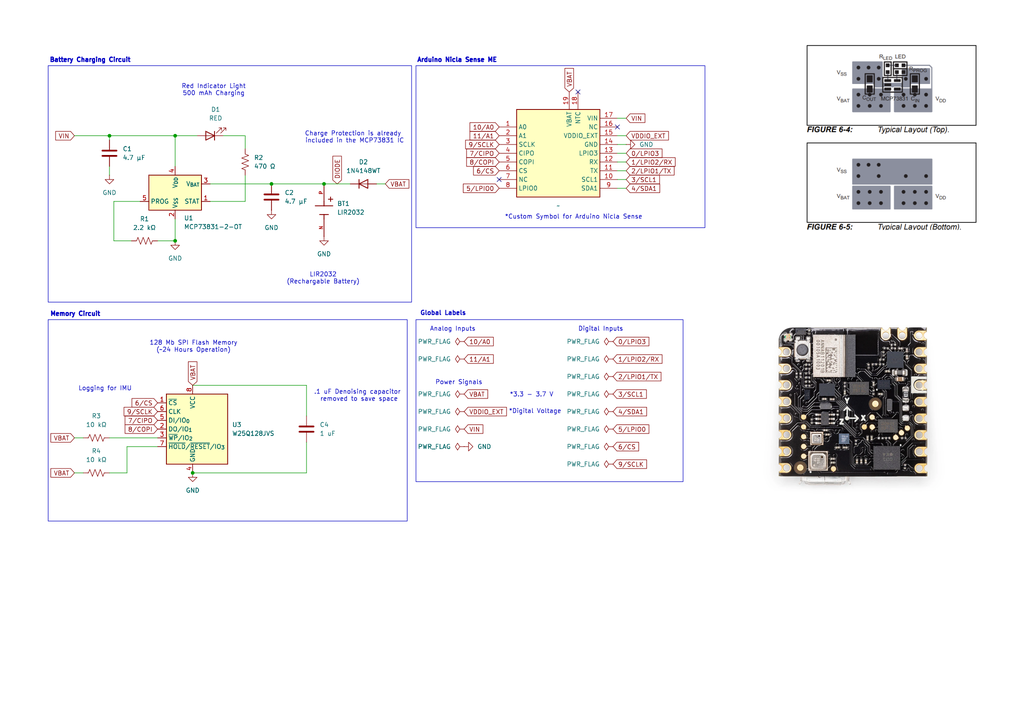
<source format=kicad_sch>
(kicad_sch (version 20250114) (generator "eeschema") (generator_version "9.0")
  (paper "A4")
  (title_block (title "Keel Bone PCB (Data Storage and Battery Only)") (date "2025-11-17") (rev "3"))
  (lib_symbols
    (symbol "Battery_Management:MCP73831-2-OT"
      (property "Reference" "U" (at -7.62 6.35 0))
      (property "Value" "MCP73831-2-OT" (at 1.27 6.35 0))
      (symbol "MCP73831-2-OT_0_1"
        (rectangle (start -7.62 5.08) (end 7.62 -5.08) (stroke (width 0.254)) (fill (type background)))
      )
      (symbol "MCP73831-2-OT_1_1"
        (pin input line (at -10.16 -2.54 0) (length 2.54) (name "PROG") (number "5"))
        (pin power_in line (at 0 7.62 270) (length 2.54) (name "V_{DD}") (number "4"))
        (pin power_in line (at 0 -7.62 90) (length 2.54) (name "V_{SS}") (number "2"))
        (pin power_out line (at 10.16 2.54 180) (length 2.54) (name "V_{BAT}") (number "3"))
        (pin tri_state line (at 10.16 -2.54 180) (length 2.54) (name "STAT") (number "1"))
      )
    )
    (symbol "Device:C" (pin_numbers (hide yes)) (pin_names (offset 0.254))
      (property "Reference" "C" (at 0.635 2.54 0))
      (property "Value" "C" (at 0.635 -2.54 0))
      (symbol "C_0_1"
        (polyline (pts (xy -2.032 0.762) (xy 2.032 0.762)) (stroke (width 0.508)))
        (polyline (pts (xy -2.032 -0.762) (xy 2.032 -0.762)) (stroke (width 0.508)))
      )
      (symbol "C_1_1"
        (pin passive line (at 0 3.81 270) (length 2.794) (name "~") (number "1"))
        (pin passive line (at 0 -3.81 90) (length 2.794) (name "~") (number "2"))
      )
    )
    (symbol "Device:LED" (pin_numbers (hide yes)) (pin_names (offset 1.016) (hide yes))
      (property "Reference" "D" (at 0 2.54 0))
      (property "Value" "LED" (at 0 -2.54 0))
      (symbol "LED_0_1"
        (polyline (pts (xy -3.048 -0.762) (xy -4.572 -2.286) (xy -3.81 -2.286) (xy -4.572 -2.286) (xy -4.572 -1.524)))
        (polyline (pts (xy -1.778 -0.762) (xy -3.302 -2.286) (xy -2.54 -2.286) (xy -3.302 -2.286) (xy -3.302 -1.524)))
        (polyline (pts (xy -1.27 0) (xy 1.27 0)))
        (polyline (pts (xy -1.27 -1.27) (xy -1.27 1.27)) (stroke (width 0.254)))
        (polyline (pts (xy 1.27 -1.27) (xy 1.27 1.27) (xy -1.27 0) (xy 1.27 -1.27)) (stroke (width 0.254)))
      )
      (symbol "LED_1_1"
        (pin passive line (at -3.81 0 0) (length 2.54) (name "K") (number "1"))
        (pin passive line (at 3.81 0 180) (length 2.54) (name "A") (number "2"))
      )
    )
    (symbol "Device:R_US" (pin_numbers (hide yes)) (pin_names (offset 0))
      (property "Reference" "R" (at 2.54 0 90))
      (property "Value" "R_US" (at -2.54 0 90))
      (symbol "R_US_0_1"
        (polyline (pts (xy 0 2.286) (xy 0 2.54)))
        (polyline (pts (xy 0 2.286) (xy 1.016 1.905) (xy 0 1.524) (xy -1.016 1.143) (xy 0 0.762)))
        (polyline (pts (xy 0 0.762) (xy 1.016 0.381) (xy 0 0) (xy -1.016 -0.381) (xy 0 -0.762)))
        (polyline (pts (xy 0 -0.762) (xy 1.016 -1.143) (xy 0 -1.524) (xy -1.016 -1.905) (xy 0 -2.286)))
        (polyline (pts (xy 0 -2.286) (xy 0 -2.54)))
      )
      (symbol "R_US_1_1"
        (pin passive line (at 0 3.81 270) (length 1.27) (name "~") (number "1"))
        (pin passive line (at 0 -3.81 90) (length 1.27) (name "~") (number "2"))
      )
    )
    (symbol "Diode:1N4148WT" (pin_numbers (hide yes)) (pin_names (hide yes))
      (property "Reference" "D" (at 0 2.54 0))
      (property "Value" "1N4148WT" (at 0 -2.54 0))
      (symbol "1N4148WT_0_1"
        (polyline (pts (xy -1.27 1.27) (xy -1.27 -1.27)) (stroke (width 0.254)))
        (polyline (pts (xy 1.27 1.27) (xy 1.27 -1.27) (xy -1.27 0) (xy 1.27 1.27)) (stroke (width 0.254)))
        (polyline (pts (xy 1.27 0) (xy -1.27 0)))
      )
      (symbol "1N4148WT_1_1"
        (pin passive line (at -3.81 0 0) (length 2.54) (name "K") (number "1"))
        (pin passive line (at 3.81 0 180) (length 2.54) (name "A") (number "2"))
      )
    )
    (symbol "Memory_Flash:W25Q128JVS"
      (property "Reference" "U" (at -6.35 11.43 0))
      (property "Value" "W25Q128JVS" (at 7.62 11.43 0))
      (symbol "W25Q128JVS_0_1"
        (rectangle (start -7.62 10.16) (end 10.16 -10.16) (stroke (width 0.254)) (fill (type background)))
      )
      (symbol "W25Q128JVS_1_1"
        (pin input line (at -10.16 7.62 0) (length 2.54) (name "~{CS}") (number "1"))
        (pin input line (at -10.16 5.08 0) (length 2.54) (name "CLK") (number "6"))
        (pin bidirectional line (at -10.16 2.54 0) (length 2.54) (name "DI/IO_{0}") (number "5"))
        (pin bidirectional line (at -10.16 0 0) (length 2.54) (name "DO/IO_{1}") (number "2"))
        (pin bidirectional line (at -10.16 -2.54 0) (length 2.54) (name "~{WP}/IO_{2}") (number "3"))
        (pin bidirectional line (at -10.16 -5.08 0) (length 2.54) (name "~{HOLD}/~{RESET}/IO_{3}") (number "7"))
        (pin power_in line (at 0 12.7 270) (length 2.54) (name "VCC") (number "8"))
        (pin power_in line (at 0 -12.7 90) (length 2.54) (name "GND") (number "4"))
      )
    )
    (symbol "power:GND" (power) (pin_numbers (hide yes)) (pin_names (offset 0) (hide yes))
      (property "Value" "GND" (at 0 -3.81 0))
      (symbol "GND_0_1"
        (polyline (pts (xy 0 0) (xy 0 -1.27) (xy 1.27 -1.27) (xy 0 -2.54) (xy -1.27 -1.27) (xy 0 -1.27)))
      )
      (symbol "GND_1_1"
        (pin power_in line (at 0 0 270) (length 0) (name "~") (number "1"))
      )
    )
    (symbol "power:PWR_FLAG" (power) (pin_numbers (hide yes)) (pin_names (offset 0) (hide yes))
      (property "Value" "PWR_FLAG" (at 0 3.81 0))
      (symbol "PWR_FLAG_0_0"
        (pin power_out line (at 0 0 90) (length 0) (name "~") (number "1"))
      )
      (symbol "PWR_FLAG_0_1"
        (polyline (pts (xy 0 0) (xy 0 1.27) (xy -1.016 1.905) (xy 0 2.54) (xy 1.016 1.905) (xy 0 1.27)))
      )
    )
    (symbol "symbols:Arduino_Nicla_Sense"
      (symbol "Arduino_Nicla_Sense_0_1"
        (rectangle (start -7.62 10.16) (end 16.51 -15.24) (stroke (width 0.254)) (fill (type background)))
      )
      (symbol "Arduino_Nicla_Sense_1_1"
        (pin input line (at -12.7 5.08 0) (length 5.08) (name "A0") (number "1"))
        (pin input line (at -12.7 2.54 0) (length 5.08) (name "A1") (number "2"))
        (pin input line (at -12.7 0 0) (length 5.08) (name "SCLK") (number "3"))
        (pin input line (at -12.7 -2.54 0) (length 5.08) (name "CIPO") (number "4"))
        (pin input line (at -12.7 -5.08 0) (length 5.08) (name "COPI") (number "5"))
        (pin input line (at -12.7 -7.62 0) (length 5.08) (name "CS") (number "6"))
        (pin input line (at -12.7 -10.16 0) (length 5.08) (name "NC") (number "7"))
        (pin input line (at -12.7 -12.7 0) (length 5.08) (name "LPIO0") (number "8"))
        (pin input line (at 7.62 15.24 270) (length 5.08) (name "VBAT") (number "19"))
        (pin input line (at 10.16 15.24 270) (length 5.08) (name "NTC") (number "18"))
        (pin input line (at 21.59 7.62 180) (length 5.08) (name "VIN") (number "17"))
        (pin input line (at 21.59 5.08 180) (length 5.08) (name "NC") (number "16"))
        (pin input line (at 21.59 2.54 180) (length 5.08) (name "VDDIO_EXT") (number "15"))
        (pin input line (at 21.59 0 180) (length 5.08) (name "GND") (number "14"))
        (pin input line (at 21.59 -2.54 180) (length 5.08) (name "LPIO3") (number "13"))
        (pin input line (at 21.59 -5.08 180) (length 5.08) (name "RX") (number "12"))
        (pin input line (at 21.59 -7.62 180) (length 5.08) (name "TX") (number "11"))
        (pin input line (at 21.59 -10.16 180) (length 5.08) (name "SCL1") (number "10"))
        (pin input line (at 21.59 -12.7 180) (length 5.08) (name "SDA1") (number "9"))
      )
    )
    (symbol "symbols:KEYSTONE_504" (pin_names (offset 1.016))
      (property "Reference" "BT" (at -3.81 3.81 0))
      (property "Value" "KEYSTONE_504" (at -3.81 -5.08 0))
      (symbol "KEYSTONE_504_0_0"
        (polyline (pts (xy -3.81 1.905) (xy -2.54 1.905)) (stroke (width 0.254)))
        (polyline (pts (xy -3.175 2.54) (xy -3.175 1.27)) (stroke (width 0.254)))
        (polyline (pts (xy -1.27 2.54) (xy -1.27 0)) (stroke (width 0.254)))
        (polyline (pts (xy -1.27 0) (xy -2.54 0)) (stroke (width 0.254)))
        (polyline (pts (xy -1.27 0) (xy -1.27 -2.54)) (stroke (width 0.254)))
        (polyline (pts (xy 1.27 1.27) (xy 1.27 0)) (stroke (width 0.254)))
        (polyline (pts (xy 1.27 0) (xy 1.27 -1.27)) (stroke (width 0.254)))
        (polyline (pts (xy 1.27 0) (xy 2.54 0)) (stroke (width 0.254)))
        (pin passive line (at -7.62 0 0) (length 5.08) (name "~") (number "P"))
        (pin passive line (at 7.62 0 180) (length 5.08) (name "~") (number "N"))
      )
    )
  )
  (rectangle (start 120.65 19.05) (end 204.47 66.04))
  (rectangle (start 13.97 19.05) (end 119.38 87.63))
  (rectangle (start 13.97 92.71) (end 118.11 151.13))
  (rectangle (start 120.65 92.71) (end 198.12 139.7))
  (text "*Custom Symbol for Arduino Nicla Sense" (at 166.37 62.992 0) (effects (font (size 1.27 1.27))))
  (text "*Digital Voltage\n" (at 155.194 119.38 0) (effects (font (size 1.27 1.27))))
  (text "Charge Protection is already \nincluded in the MCP73831 IC\n" (at 102.87 39.878 0) (effects (font (size 1.27 1.27))))
  (text "Global Labels" (at 128.524 90.932 0) (effects (font (size 1.27 1.27) (thickness 0.254) (bold yes))))
  (text "https://docs.arduino.cc/resources/datasheets/ABX00050-datasheet.pdf" (at 89.662 -1.524 0) (effects (font (size 1.27 1.27))))
  (text "Analog Inputs\n" (at 131.318 95.504 0) (effects (font (size 1.27 1.27))))
  (text "*3.3 - 3.7 V" (at 154.178 114.554 0) (effects (font (size 1.27 1.27))))
  (text "LIR2032\n(Rechargable Battery)" (at 93.726 80.772 0) (effects (font (size 1.27 1.27))))
  (text "128 Mb SPI Flash Memory\n(~24 Hours Operation)" (at 56.134 100.584 0) (effects (font (size 1.27 1.27))))
  (text "Digital Inputs" (at 174.244 95.504 0) (effects (font (size 1.27 1.27) (thickness 0.1588))))
  (text "Logging for IMU" (at 30.48 112.776 0) (effects (font (size 1.27 1.27))))
  (text "Memory Circuit" (at 21.844 91.186 0) (effects (font (size 1.27 1.27) (thickness 0.381) (bold yes))))
  (text "Battery Charging Circuit" (at 26.162 17.526 0) (effects (font (size 1.27 1.27) (thickness 0.381) (bold yes))))
  (text ".1 uF Denoising capacitor \nremoved to save space" (at 104.14 114.808 0) (effects (font (size 1.27 1.27))))
  (text "Arduino Nicla Sense ME" (at 132.588 17.526 0) (effects (font (size 1.27 1.27) (thickness 0.381) (bold yes))))
  (text "Power Signals" (at 133.096 110.998 0) (effects (font (size 1.27 1.27))))
  (text "Red Indicator Light\n500 mAh Charging" (at 61.976 26.162 0) (effects (font (size 1.27 1.27))))
  (junction (at 50.8 39.37))
  (junction (at 93.98 53.34))
  (junction (at 55.88 137.16))
  (junction (at 50.8 69.85))
  (junction (at 78.74 53.34))
  (junction (at 31.75 39.37))
  (no_connect (at 144.78 52.07))
  (no_connect (at 167.64 26.67))
  (no_connect (at 179.07 36.83))
  (wire (pts (xy 71.12 50.8) (xy 71.12 58.42)))
  (wire (pts (xy 78.74 53.34) (xy 93.98 53.34)))
  (wire (pts (xy 109.22 53.34) (xy 111.76 53.34)))
  (wire (pts (xy 50.8 39.37) (xy 50.8 48.26)))
  (wire (pts (xy 179.07 41.91) (xy 181.61 41.91)))
  (wire (pts (xy 21.59 39.37) (xy 31.75 39.37)))
  (wire (pts (xy 179.07 52.07) (xy 181.61 52.07)))
  (wire (pts (xy 31.75 39.37) (xy 31.75 40.64)))
  (wire (pts (xy 88.9 128.27) (xy 88.9 137.16)))
  (wire (pts (xy 45.72 69.85) (xy 50.8 69.85)))
  (wire (pts (xy 33.02 69.85) (xy 38.1 69.85)))
  (wire (pts (xy 36.83 137.16) (xy 36.83 129.54)))
  (wire (pts (xy 21.59 137.16) (xy 24.13 137.16)))
  (wire (pts (xy 64.77 39.37) (xy 71.12 39.37)))
  (wire (pts (xy 179.07 46.99) (xy 181.61 46.99)))
  (wire (pts (xy 57.15 39.37) (xy 50.8 39.37)))
  (wire (pts (xy 179.07 54.61) (xy 181.61 54.61)))
  (wire (pts (xy 71.12 39.37) (xy 71.12 43.18)))
  (wire (pts (xy 88.9 111.76) (xy 55.88 111.76)))
  (wire (pts (xy 36.83 129.54) (xy 45.72 129.54)))
  (wire (pts (xy 31.75 48.26) (xy 31.75 50.8)))
  (wire (pts (xy 50.8 69.85) (xy 50.8 63.5)))
  (wire (pts (xy 31.75 39.37) (xy 50.8 39.37)))
  (wire (pts (xy 31.75 137.16) (xy 36.83 137.16)))
  (wire (pts (xy 93.98 53.34) (xy 101.6 53.34)))
  (wire (pts (xy 33.02 58.42) (xy 33.02 69.85)))
  (wire (pts (xy 179.07 49.53) (xy 181.61 49.53)))
  (wire (pts (xy 40.64 58.42) (xy 33.02 58.42)))
  (wire (pts (xy 71.12 58.42) (xy 60.96 58.42)))
  (wire (pts (xy 179.07 34.29) (xy 181.61 34.29)))
  (wire (pts (xy 88.9 120.65) (xy 88.9 111.76)))
  (wire (pts (xy 179.07 44.45) (xy 181.61 44.45)))
  (wire (pts (xy 21.59 127) (xy 24.13 127)))
  (wire (pts (xy 55.88 137.16) (xy 88.9 137.16)))
  (wire (pts (xy 31.75 127) (xy 45.72 127)))
  (wire (pts (xy 179.07 39.37) (xy 181.61 39.37)))
  (wire (pts (xy 60.96 53.34) (xy 78.74 53.34)))
  (image (at 247.396 117.856) (scale 0.832519))
  (image (at 257.81 39.37) (scale 0.385809))
  (global_label "5{slash}LPIO0" (shape input) (at 177.8 124.46 0) (property "Intersheetrefs" "${INTERSHEET_REFS}" (effects (hide yes))))
  (global_label "2{slash}LPIO1{slash}TX" (shape input) (at 177.8 109.22 0) (property "Intersheetrefs" "${INTERSHEET_REFS}" (effects (hide yes))))
  (global_label "6{slash}CS" (shape input) (at 177.8 129.54 0) (property "Intersheetrefs" "${INTERSHEET_REFS}" (effects (hide yes))))
  (global_label "0{slash}LPIO3" (shape input) (at 181.61 44.45 0) (property "Intersheetrefs" "${INTERSHEET_REFS}" (effects (hide yes))))
  (global_label "10{slash}A0" (shape input) (at 144.78 36.83 180) (property "Intersheetrefs" "${INTERSHEET_REFS}" (effects (hide yes))))
  (global_label "VBAT" (shape input) (at 21.59 137.16 180) (property "Intersheetrefs" "${INTERSHEET_REFS}" (effects (hide yes))))
  (global_label "0{slash}LPIO3" (shape input) (at 177.8 99.06 0) (property "Intersheetrefs" "${INTERSHEET_REFS}" (effects (hide yes))))
  (global_label "8{slash}COPI" (shape input) (at 144.78 46.99 180) (property "Intersheetrefs" "${INTERSHEET_REFS}" (effects (hide yes))))
  (global_label "VDDIO_EXT" (shape input) (at 181.61 39.37 0) (property "Intersheetrefs" "${INTERSHEET_REFS}" (effects (hide yes))))
  (global_label "VBAT" (shape input) (at 21.59 127 180) (property "Intersheetrefs" "${INTERSHEET_REFS}" (effects (hide yes))))
  (global_label "6{slash}CS" (shape input) (at 144.78 49.53 180) (property "Intersheetrefs" "${INTERSHEET_REFS}" (effects (hide yes))))
  (global_label "10{slash}A0" (shape input) (at 134.62 99.06 0) (property "Intersheetrefs" "${INTERSHEET_REFS}" (effects (hide yes))))
  (global_label "6{slash}CS" (shape input) (at 45.72 116.84 180) (property "Intersheetrefs" "${INTERSHEET_REFS}" (effects (hide yes))))
  (global_label "7{slash}CIPO" (shape input) (at 45.72 121.92 180) (property "Intersheetrefs" "${INTERSHEET_REFS}" (effects (hide yes))))
  (global_label "9{slash}SCLK" (shape input) (at 177.8 134.62 0) (property "Intersheetrefs" "${INTERSHEET_REFS}" (effects (hide yes))))
  (global_label "11{slash}A1" (shape input) (at 144.78 39.37 180) (property "Intersheetrefs" "${INTERSHEET_REFS}" (effects (hide yes))))
  (global_label "DIODE" (shape input) (at 97.79 53.34 90) (property "Intersheetrefs" "${INTERSHEET_REFS}" (effects (hide yes))))
  (global_label "5{slash}LPIO0" (shape input) (at 144.78 54.61 180) (property "Intersheetrefs" "${INTERSHEET_REFS}" (effects (hide yes))))
  (global_label "VIN" (shape input) (at 21.59 39.37 180) (property "Intersheetrefs" "${INTERSHEET_REFS}" (effects (hide yes))))
  (global_label "VBAT" (shape input) (at 134.62 114.3 0) (property "Intersheetrefs" "${INTERSHEET_REFS}" (effects (hide yes))))
  (global_label "9{slash}SCLK" (shape input) (at 144.78 41.91 180) (property "Intersheetrefs" "${INTERSHEET_REFS}" (effects (hide yes))))
  (global_label "3{slash}SCL1" (shape input) (at 181.61 52.07 0) (property "Intersheetrefs" "${INTERSHEET_REFS}" (effects (hide yes))))
  (global_label "7{slash}CIPO" (shape input) (at 144.78 44.45 180) (property "Intersheetrefs" "${INTERSHEET_REFS}" (effects (hide yes))))
  (global_label "9{slash}SCLK" (shape input) (at 45.72 119.38 180) (property "Intersheetrefs" "${INTERSHEET_REFS}" (effects (hide yes))))
  (global_label "8{slash}COPI" (shape input) (at 45.72 124.46 180) (property "Intersheetrefs" "${INTERSHEET_REFS}" (effects (hide yes))))
  (global_label "VBAT" (shape input) (at 55.88 111.76 90) (property "Intersheetrefs" "${INTERSHEET_REFS}" (effects (hide yes))))
  (global_label "1{slash}LPIO2{slash}RX" (shape input) (at 181.61 46.99 0) (property "Intersheetrefs" "${INTERSHEET_REFS}" (effects (hide yes))))
  (global_label "VBAT" (shape input) (at 165.1 26.67 90) (property "Intersheetrefs" "${INTERSHEET_REFS}" (effects (hide yes))))
  (global_label "3{slash}SCL1" (shape input) (at 177.8 114.3 0) (property "Intersheetrefs" "${INTERSHEET_REFS}" (effects (hide yes))))
  (global_label "VIN" (shape input) (at 181.61 34.29 0) (property "Intersheetrefs" "${INTERSHEET_REFS}" (effects (hide yes))))
  (global_label "VDDIO_EXT" (shape input) (at 134.62 119.38 0) (property "Intersheetrefs" "${INTERSHEET_REFS}" (effects (hide yes))))
  (global_label "4{slash}SDA1" (shape input) (at 177.8 119.38 0) (property "Intersheetrefs" "${INTERSHEET_REFS}" (effects (hide yes))))
  (global_label "1{slash}LPIO2{slash}RX" (shape input) (at 177.8 104.14 0) (property "Intersheetrefs" "${INTERSHEET_REFS}" (effects (hide yes))))
  (global_label "11{slash}A1" (shape input) (at 134.62 104.14 0) (property "Intersheetrefs" "${INTERSHEET_REFS}" (effects (hide yes))))
  (global_label "VIN" (shape input) (at 134.62 124.46 0) (property "Intersheetrefs" "${INTERSHEET_REFS}" (effects (hide yes))))
  (global_label "4{slash}SDA1" (shape input) (at 181.61 54.61 0) (property "Intersheetrefs" "${INTERSHEET_REFS}" (effects (hide yes))))
  (global_label "VBAT" (shape input) (at 111.76 53.34 0) (property "Intersheetrefs" "${INTERSHEET_REFS}" (effects (hide yes))))
  (global_label "2{slash}LPIO1{slash}TX" (shape input) (at 181.61 49.53 0) (property "Intersheetrefs" "${INTERSHEET_REFS}" (effects (hide yes))))
  (symbol (lib_id "power:GND") (at 181.61 41.91 90) (mirror x) (unit 1)
    (property "Reference" "#PWR016" (effects (hide yes)))
    (property "Value" "GND" (at 185.42 41.9099 90) (effects (justify right)))
    (property "Description" "Power symbol creates a global label with name \"GND\" , ground" (effects (hide yes)))
  )
  (symbol (lib_id "power:GND") (at 50.8 69.85 0) (unit 1)
    (property "Reference" "#PWR02" (effects (hide yes)))
    (property "Value" "GND" (at 50.8 74.93 0))
    (property "Description" "Power symbol creates a global label with name \"GND\" , ground" (effects (hide yes)))
  )
  (symbol (lib_id "power:PWR_FLAG") (at 177.8 99.06 90) (unit 1)
    (property "Reference" "#FLG01" (effects (hide yes)))
    (property "Value" "PWR_FLAG" (at 173.99 99.0599 90) (effects (justify left)))
    (property "Description" "Special symbol for telling ERC where power comes from" (effects (hide yes)))
  )
  (symbol (lib_id "Device:LED") (at 60.96 39.37 180) (unit 1)
    (property "Reference" "D1" (at 62.5475 31.75 0))
    (property "Value" "RED" (at 62.5475 34.29 0))
    (property "Footprint" "Diode_SMD:D_0201_0603Metric" (effects (hide yes)))
    (property "Description" "Light emitting diode" (effects (hide yes)))
    (property "Sim.Pins" "1=K 2=A" (effects (hide yes)))
  )
  (symbol (lib_id "Device:C") (at 31.75 44.45 180) (unit 1)
    (property "Reference" "C1" (at 35.56 43.1799 0) (effects (justify right)))
    (property "Value" "4.7 μF" (at 35.56 45.7199 0) (effects (justify right)))
    (property "Footprint" "Capacitor_SMD:C_0201_0603Metric" (effects (hide yes)))
    (property "Description" "Unpolarized capacitor" (effects (hide yes)))
  )
  (symbol (lib_id "power:PWR_FLAG") (at 134.62 124.46 90) (unit 1)
    (property "Reference" "#FLG016" (effects (hide yes)))
    (property "Value" "PWR_FLAG" (at 130.81 124.4599 90) (effects (justify left)))
    (property "Description" "Special symbol for telling ERC where power comes from" (effects (hide yes)))
  )
  (symbol (lib_id "power:PWR_FLAG") (at 134.62 99.06 90) (unit 1)
    (property "Reference" "#FLG02" (effects (hide yes)))
    (property "Value" "PWR_FLAG" (at 130.81 99.0599 90) (effects (justify left)))
    (property "Description" "Special symbol for telling ERC where power comes from" (effects (hide yes)))
  )
  (symbol (lib_id "Device:R_US") (at 27.94 137.16 90) (unit 1)
    (property "Reference" "R4" (at 27.94 130.81 90))
    (property "Value" "10 kΩ" (at 27.94 133.35 90))
    (property "Footprint" "Resistor_SMD:R_0201_0603Metric" (effects (hide yes)))
    (property "Description" "Resistor, US symbol" (effects (hide yes)))
  )
  (symbol (lib_id "power:PWR_FLAG") (at 177.8 129.54 90) (unit 1)
    (property "Reference" "#FLG010" (effects (hide yes)))
    (property "Value" "PWR_FLAG" (at 173.99 129.5399 90) (effects (justify left)))
    (property "Description" "Special symbol for telling ERC where power comes from" (effects (hide yes)))
  )
  (symbol (lib_id "power:GND") (at 78.74 60.96 0) (unit 1)
    (property "Reference" "#PWR012" (effects (hide yes)))
    (property "Value" "GND" (at 78.74 66.04 0))
    (property "Description" "Power symbol creates a global label with name \"GND\" , ground" (effects (hide yes)))
  )
  (symbol (lib_id "symbols:KEYSTONE_504") (at 93.98 60.96 270) (unit 1)
    (property "Reference" "BT1" (at 97.79 59.0549 90) (effects (justify left)))
    (property "Value" "LIR2032" (at 97.79 61.5949 90) (effects (justify left)))
    (property "Footprint" "footprints:BAT_504" (effects (hide yes)))
    (property "MF" "Keystone Electronics" (effects (hide yes)))
    (property "MAXIMUM_PACKAGE_HEIGHT" "5.38mm" (effects (hide yes)))
    (property "Package" "None" (effects (hide yes)))
    (property "Price" "None" (effects (hide yes)))
    (property "Check_prices" "https://www.snapeda.com/parts/504/Keystone/view-part/?ref=eda" (effects (hide yes)))
    (property "STANDARD" "Manufacturer Recommendations" (effects (hide yes)))
    (property "PARTREV" "H" (effects (hide yes)))
    (property "SnapEDA_Link" "https://www.snapeda.com/parts/504/Keystone/view-part/?ref=snap" (effects (hide yes)))
    (property "MP" "504" (effects (hide yes)))
    (property "Description_1" "SMT Holder for 16mm Cell" (effects (hide yes)))
    (property "SNAPEDA_PN" "504" (effects (hide yes)))
    (property "Availability" "In Stock" (effects (hide yes)))
    (property "MANUFACTURER" "Keystone" (effects (hide yes)))
  )
  (symbol (lib_id "symbols:Arduino_Nicla_Sense") (at 157.48 41.91 0) (unit 1)
    (property "Reference" "U2" (effects (hide yes)))
    (property "Value" "~" (at 161.925 59.69 0))
    (property "Footprint" "footprints:Arduino_Nicla_Sense" (effects (hide yes)))
  )
  (symbol (lib_id "Battery_Management:MCP73831-2-OT") (at 50.8 55.88 0) (unit 1)
    (property "Reference" "U1" (at 53.34 63.246 0) (effects (justify left)))
    (property "Value" "MCP73831-2-OT" (at 53.34 65.786 0) (effects (justify left)))
    (property "Footprint" "Package_TO_SOT_SMD:SOT-23-5" (effects (hide yes)))
    (property "Datasheet" "http://ww1.microchip.com/downloads/en/DeviceDoc/20001984g.pdf" (effects (hide yes)))
    (property "Description" "Single cell, Li-Ion/Li-Po charge management controller, 4.20V, Tri-State Status Output, in SOT23-5 package" (effects (hide yes)))
  )
  (symbol (lib_id "power:GND") (at 31.75 50.8 0) (unit 1)
    (property "Reference" "#PWR08" (effects (hide yes)))
    (property "Value" "GND" (at 31.75 55.88 0))
    (property "Description" "Power symbol creates a global label with name \"GND\" , ground" (effects (hide yes)))
  )
  (symbol (lib_id "power:PWR_FLAG") (at 177.8 119.38 90) (unit 1)
    (property "Reference" "#FLG08" (effects (hide yes)))
    (property "Value" "PWR_FLAG" (at 173.99 119.3799 90) (effects (justify left)))
    (property "Description" "Special symbol for telling ERC where power comes from" (effects (hide yes)))
  )
  (symbol (lib_id "Device:R_US") (at 41.91 69.85 90) (unit 1)
    (property "Reference" "R1" (at 41.91 63.5 90))
    (property "Value" "2.2 kΩ" (at 41.91 66.04 90))
    (property "Footprint" "Resistor_SMD:R_0201_0603Metric" (effects (hide yes)))
    (property "Description" "Resistor, US symbol" (effects (hide yes)))
  )
  (symbol (lib_id "Diode:1N4148WT") (at 105.41 53.34 0) (unit 1)
    (property "Reference" "D2" (at 105.41 46.99 0))
    (property "Value" "1N4148WT" (at 105.41 49.53 0))
    (property "Footprint" "Diode_SMD:D_SOD-523" (effects (hide yes)))
    (property "Datasheet" "https://www.diodes.com/assets/Datasheets/ds30396.pdf" (effects (hide yes)))
    (property "Description" "75V 0.15A Fast switching Diode, SOD-523" (effects (hide yes)))
    (property "Sim.Device" "D" (effects (hide yes)))
    (property "Sim.Pins" "1=K 2=A" (effects (hide yes)))
  )
  (symbol (lib_id "power:PWR_FLAG") (at 177.8 124.46 90) (unit 1)
    (property "Reference" "#FLG09" (effects (hide yes)))
    (property "Value" "PWR_FLAG" (at 173.99 124.4599 90) (effects (justify left)))
    (property "Description" "Special symbol for telling ERC where power comes from" (effects (hide yes)))
  )
  (symbol (lib_id "power:PWR_FLAG") (at 134.62 114.3 90) (unit 1)
    (property "Reference" "#FLG014" (effects (hide yes)))
    (property "Value" "PWR_FLAG" (at 130.81 114.2999 90) (effects (justify left)))
    (property "Description" "Special symbol for telling ERC where power comes from" (effects (hide yes)))
  )
  (symbol (lib_id "power:PWR_FLAG") (at 177.8 114.3 90) (unit 1)
    (property "Reference" "#FLG07" (effects (hide yes)))
    (property "Value" "PWR_FLAG" (at 173.99 114.2999 90) (effects (justify left)))
    (property "Description" "Special symbol for telling ERC where power comes from" (effects (hide yes)))
  )
  (symbol (lib_id "power:PWR_FLAG") (at 134.62 104.14 90) (unit 1)
    (property "Reference" "#FLG03" (effects (hide yes)))
    (property "Value" "PWR_FLAG" (at 130.81 104.1399 90) (effects (justify left)))
    (property "Description" "Special symbol for telling ERC where power comes from" (effects (hide yes)))
  )
  (symbol (lib_id "power:GND") (at 134.62 129.54 90) (unit 1)
    (property "Reference" "#PWR04" (effects (hide yes)))
    (property "Value" "GND" (at 138.43 129.5399 90) (effects (justify right)))
    (property "Description" "Power symbol creates a global label with name \"GND\" , ground" (effects (hide yes)))
  )
  (symbol (lib_id "Memory_Flash:W25Q128JVS") (at 55.88 124.46 0) (unit 1)
    (property "Reference" "U3" (at 67.31 123.1899 0) (effects (justify left)))
    (property "Value" "W25Q128JVS" (at 67.31 125.7299 0) (effects (justify left)))
    (property "Footprint" "Package_SO:SOIC-8_5.3x5.3mm_P1.27mm" (effects (hide yes)))
    (property "Datasheet" "https://www.winbond.com/resource-files/w25q128jv_dtr%20revc%2003272018%20plus.pdf" (effects (hide yes)))
    (property "Description" "128Mbit / 16MiB Serial Flash Memory, Standard/Dual/Quad SPI, 2.7-3.6V, SOIC-8" (effects (hide yes)))
  )
  (symbol (lib_id "power:PWR_FLAG") (at 177.8 134.62 90) (unit 1)
    (property "Reference" "#FLG013" (effects (hide yes)))
    (property "Value" "PWR_FLAG" (at 173.99 134.6199 90) (effects (justify left)))
    (property "Description" "Special symbol for telling ERC where power comes from" (effects (hide yes)))
  )
  (symbol (lib_id "power:PWR_FLAG") (at 134.62 129.54 90) (unit 1)
    (property "Reference" "#FLG04" (effects (hide yes)))
    (property "Value" "PWR_FLAG" (at 130.81 129.5399 90) (effects (justify left)))
    (property "Description" "Special symbol for telling ERC where power comes from" (effects (hide yes)))
  )
  (symbol (lib_id "Device:R_US") (at 27.94 127 90) (unit 1)
    (property "Reference" "R3" (at 27.94 120.65 90))
    (property "Value" "10 kΩ" (at 27.94 123.19 90))
    (property "Footprint" "Resistor_SMD:R_0201_0603Metric" (effects (hide yes)))
    (property "Description" "Resistor, US symbol" (effects (hide yes)))
  )
  (symbol (lib_id "power:PWR_FLAG") (at 134.62 119.38 90) (unit 1)
    (property "Reference" "#FLG015" (effects (hide yes)))
    (property "Value" "PWR_FLAG" (at 130.81 119.3799 90) (effects (justify left)))
    (property "Description" "Special symbol for telling ERC where power comes from" (effects (hide yes)))
  )
  (symbol (lib_id "power:PWR_FLAG") (at 177.8 104.14 90) (unit 1)
    (property "Reference" "#FLG05" (effects (hide yes)))
    (property "Value" "PWR_FLAG" (at 173.99 104.1399 90) (effects (justify left)))
    (property "Description" "Special symbol for telling ERC where power comes from" (effects (hide yes)))
  )
  (symbol (lib_id "Device:R_US") (at 71.12 46.99 0) (unit 1)
    (property "Reference" "R2" (at 73.66 45.7199 0) (effects (justify left)))
    (property "Value" "470 Ω" (at 73.66 48.2599 0) (effects (justify left)))
    (property "Footprint" "Resistor_SMD:R_0201_0603Metric" (effects (hide yes)))
    (property "Description" "Resistor, US symbol" (effects (hide yes)))
  )
  (symbol (lib_id "Device:C") (at 78.74 57.15 0) (unit 1)
    (property "Reference" "C2" (at 82.55 55.8799 0) (effects (justify left)))
    (property "Value" "4.7 μF" (at 82.55 58.4199 0) (effects (justify left)))
    (property "Footprint" "Capacitor_SMD:C_0201_0603Metric" (effects (hide yes)))
    (property "Description" "Unpolarized capacitor" (effects (hide yes)))
  )
  (symbol (lib_id "Device:C") (at 88.9 124.46 0) (unit 1)
    (property "Reference" "C4" (at 92.71 123.1899 0) (effects (justify left)))
    (property "Value" "1 uF" (at 92.71 125.7299 0) (effects (justify left)))
    (property "Footprint" "Capacitor_SMD:C_0201_0603Metric" (effects (hide yes)))
    (property "Description" "Unpolarized capacitor" (effects (hide yes)))
  )
  (symbol (lib_id "power:GND") (at 93.98 68.58 0) (unit 1)
    (property "Reference" "#PWR01" (effects (hide yes)))
    (property "Value" "GND" (at 93.98 73.66 0))
    (property "Description" "Power symbol creates a global label with name \"GND\" , ground" (effects (hide yes)))
  )
  (symbol (lib_id "power:PWR_FLAG") (at 177.8 109.22 90) (unit 1)
    (property "Reference" "#FLG06" (effects (hide yes)))
    (property "Value" "PWR_FLAG" (at 173.99 109.2199 90) (effects (justify left)))
    (property "Description" "Special symbol for telling ERC where power comes from" (effects (hide yes)))
  )
  (symbol (lib_id "power:GND") (at 55.88 137.16 0) (unit 1)
    (property "Reference" "#PWR013" (effects (hide yes)))
    (property "Value" "GND" (at 55.88 142.24 0))
    (property "Description" "Power symbol creates a global label with name \"GND\" , ground" (effects (hide yes)))
  )
)
</source>
